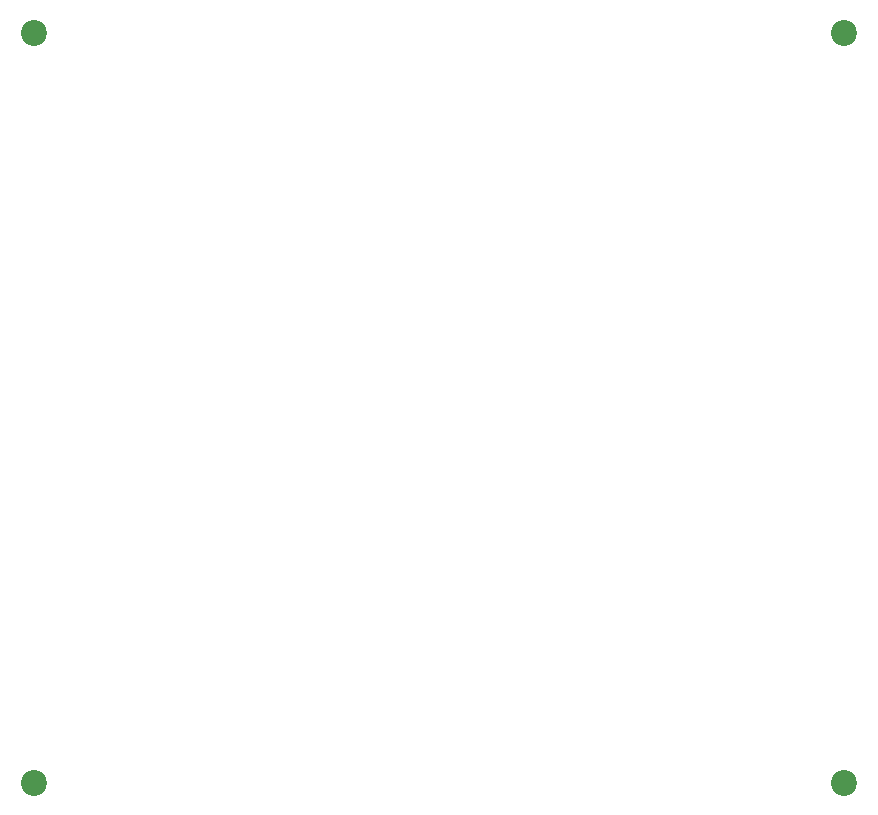
<source format=gbr>
%TF.GenerationSoftware,KiCad,Pcbnew,9.0.0*%
%TF.CreationDate,2025-03-27T04:45:28-07:00*%
%TF.ProjectId,sensor,73656e73-6f72-42e6-9b69-6361645f7063,v0.5*%
%TF.SameCoordinates,Original*%
%TF.FileFunction,NonPlated,1,2,NPTH,Drill*%
%TF.FilePolarity,Positive*%
%FSLAX46Y46*%
G04 Gerber Fmt 4.6, Leading zero omitted, Abs format (unit mm)*
G04 Created by KiCad (PCBNEW 9.0.0) date 2025-03-27 04:45:28*
%MOMM*%
%LPD*%
G01*
G04 APERTURE LIST*
%TA.AperFunction,ComponentDrill*%
%ADD10C,2.200000*%
%TD*%
G04 APERTURE END LIST*
D10*
%TO.C,REF\u002A\u002A*%
X114300000Y-73660000D03*
X114300000Y-137160000D03*
X182880000Y-73660000D03*
X182880000Y-137160000D03*
M02*

</source>
